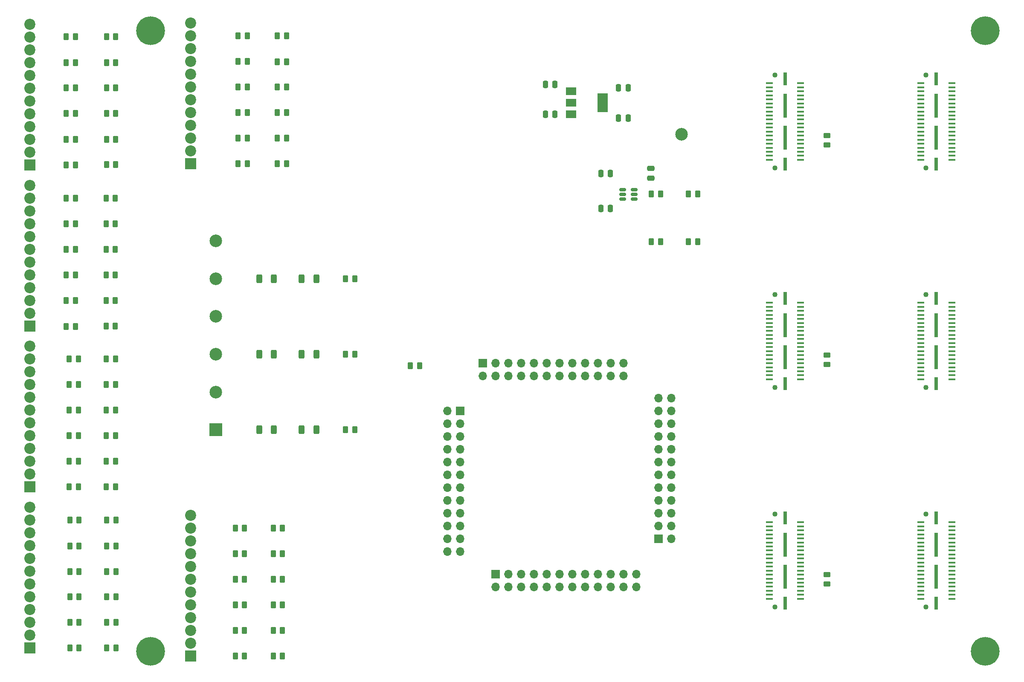
<source format=gbr>
%TF.GenerationSoftware,KiCad,Pcbnew,(6.0.11-0)*%
%TF.CreationDate,2023-06-16T12:41:29-04:00*%
%TF.ProjectId,Mux64,4d757836-342e-46b6-9963-61645f706362,rev?*%
%TF.SameCoordinates,Original*%
%TF.FileFunction,Soldermask,Top*%
%TF.FilePolarity,Negative*%
%FSLAX46Y46*%
G04 Gerber Fmt 4.6, Leading zero omitted, Abs format (unit mm)*
G04 Created by KiCad (PCBNEW (6.0.11-0)) date 2023-06-16 12:41:29*
%MOMM*%
%LPD*%
G01*
G04 APERTURE LIST*
G04 Aperture macros list*
%AMRoundRect*
0 Rectangle with rounded corners*
0 $1 Rounding radius*
0 $2 $3 $4 $5 $6 $7 $8 $9 X,Y pos of 4 corners*
0 Add a 4 corners polygon primitive as box body*
4,1,4,$2,$3,$4,$5,$6,$7,$8,$9,$2,$3,0*
0 Add four circle primitives for the rounded corners*
1,1,$1+$1,$2,$3*
1,1,$1+$1,$4,$5*
1,1,$1+$1,$6,$7*
1,1,$1+$1,$8,$9*
0 Add four rect primitives between the rounded corners*
20,1,$1+$1,$2,$3,$4,$5,0*
20,1,$1+$1,$4,$5,$6,$7,0*
20,1,$1+$1,$6,$7,$8,$9,0*
20,1,$1+$1,$8,$9,$2,$3,0*%
G04 Aperture macros list end*
%ADD10RoundRect,0.250000X0.262500X0.450000X-0.262500X0.450000X-0.262500X-0.450000X0.262500X-0.450000X0*%
%ADD11R,2.500000X2.500000*%
%ADD12C,2.500000*%
%ADD13R,1.700000X1.700000*%
%ADD14O,1.700000X1.700000*%
%ADD15RoundRect,0.250000X0.312500X0.625000X-0.312500X0.625000X-0.312500X-0.625000X0.312500X-0.625000X0*%
%ADD16RoundRect,0.250000X0.250000X0.475000X-0.250000X0.475000X-0.250000X-0.475000X0.250000X-0.475000X0*%
%ADD17RoundRect,0.150000X-0.512500X-0.150000X0.512500X-0.150000X0.512500X0.150000X-0.512500X0.150000X0*%
%ADD18RoundRect,0.250000X0.450000X-0.262500X0.450000X0.262500X-0.450000X0.262500X-0.450000X-0.262500X0*%
%ADD19RoundRect,0.250000X-0.250000X-0.475000X0.250000X-0.475000X0.250000X0.475000X-0.250000X0.475000X0*%
%ADD20RoundRect,0.250000X-0.262500X-0.450000X0.262500X-0.450000X0.262500X0.450000X-0.262500X0.450000X0*%
%ADD21RoundRect,0.250000X-0.475000X0.250000X-0.475000X-0.250000X0.475000X-0.250000X0.475000X0.250000X0*%
%ADD22R,2.200000X2.200000*%
%ADD23C,2.200000*%
%ADD24R,2.000000X1.500000*%
%ADD25R,2.000000X3.800000*%
%ADD26C,1.020000*%
%ADD27R,1.450000X0.460000*%
%ADD28R,0.640000X2.540000*%
%ADD29R,0.640000X4.700000*%
%ADD30C,5.700000*%
G04 APERTURE END LIST*
D10*
%TO.C,R19*%
X78112500Y-130724200D03*
X76287500Y-130724200D03*
%TD*%
%TO.C,R31*%
X70752500Y-130708200D03*
X68927500Y-130708200D03*
%TD*%
%TO.C,R20*%
X78112500Y-125618800D03*
X76287500Y-125618800D03*
%TD*%
%TO.C,R17*%
X78112500Y-140858800D03*
X76287500Y-140858800D03*
%TD*%
%TO.C,R32*%
X70752500Y-125602800D03*
X68927500Y-125602800D03*
%TD*%
%TO.C,R30*%
X70752500Y-135788200D03*
X68927500Y-135788200D03*
%TD*%
%TO.C,R18*%
X78112500Y-135804200D03*
X76287500Y-135804200D03*
%TD*%
%TO.C,R28*%
X70752500Y-145922800D03*
X68927500Y-145922800D03*
%TD*%
%TO.C,R16*%
X78112500Y-145938800D03*
X76287500Y-145938800D03*
%TD*%
%TO.C,R15*%
X78112500Y-151018800D03*
X76287500Y-151018800D03*
%TD*%
%TO.C,R27*%
X70752500Y-151002800D03*
X68927500Y-151002800D03*
%TD*%
%TO.C,R29*%
X70752500Y-140842800D03*
X68927500Y-140842800D03*
%TD*%
%TO.C,R46*%
X111152500Y-147490000D03*
X109327500Y-147490000D03*
%TD*%
%TO.C,R98*%
X78045000Y-29590000D03*
X76220000Y-29590000D03*
%TD*%
%TO.C,R39*%
X78002500Y-118943600D03*
X76177500Y-118943600D03*
%TD*%
D11*
%TO.C,J12*%
X97920000Y-107640000D03*
D12*
X97920000Y-100140000D03*
X97920000Y-92640000D03*
X97920000Y-85140000D03*
X97920000Y-77640000D03*
X97920000Y-70140000D03*
%TD*%
D13*
%TO.C,J7*%
X146470000Y-103910000D03*
D14*
X143930000Y-103910000D03*
X146470000Y-106450000D03*
X143930000Y-106450000D03*
X146470000Y-108990000D03*
X143930000Y-108990000D03*
X146470000Y-111530000D03*
X143930000Y-111530000D03*
X146470000Y-114070000D03*
X143930000Y-114070000D03*
X146470000Y-116610000D03*
X143930000Y-116610000D03*
X146470000Y-119150000D03*
X143930000Y-119150000D03*
X146470000Y-121690000D03*
X143930000Y-121690000D03*
X146470000Y-124230000D03*
X143930000Y-124230000D03*
X146470000Y-126770000D03*
X143930000Y-126770000D03*
X146470000Y-129310000D03*
X143930000Y-129310000D03*
X146470000Y-131850000D03*
X143930000Y-131850000D03*
%TD*%
D15*
%TO.C,R22*%
X109477500Y-77680000D03*
X106552500Y-77680000D03*
%TD*%
D16*
%TO.C,C1*%
X165270000Y-45020000D03*
X163370000Y-45020000D03*
%TD*%
D10*
%TO.C,R108*%
X70052500Y-39750000D03*
X68227500Y-39750000D03*
%TD*%
D17*
%TO.C,U2*%
X178672500Y-59970000D03*
X178672500Y-60920000D03*
X178672500Y-61870000D03*
X180947500Y-61870000D03*
X180947500Y-60920000D03*
X180947500Y-59970000D03*
%TD*%
D18*
%TO.C,R2*%
X219230000Y-51052500D03*
X219230000Y-49227500D03*
%TD*%
D10*
%TO.C,R97*%
X78045000Y-34710000D03*
X76220000Y-34710000D03*
%TD*%
%TO.C,R58*%
X103622500Y-147500000D03*
X101797500Y-147500000D03*
%TD*%
D19*
%TO.C,C3*%
X177870000Y-39720000D03*
X179770000Y-39720000D03*
%TD*%
D10*
%TO.C,R84*%
X70052500Y-71820000D03*
X68227500Y-71820000D03*
%TD*%
%TO.C,R109*%
X70052500Y-34720000D03*
X68227500Y-34720000D03*
%TD*%
%TO.C,R82*%
X70052500Y-81970000D03*
X68227500Y-81970000D03*
%TD*%
D15*
%TO.C,R14*%
X109477500Y-107660000D03*
X106552500Y-107660000D03*
%TD*%
%TO.C,R12*%
X117867500Y-92620000D03*
X114942500Y-92620000D03*
%TD*%
D10*
%TO.C,R70*%
X77970000Y-81940000D03*
X76145000Y-81940000D03*
%TD*%
D20*
%TO.C,R5*%
X191739500Y-70317000D03*
X193564500Y-70317000D03*
%TD*%
D10*
%TO.C,R92*%
X111952500Y-34550000D03*
X110127500Y-34550000D03*
%TD*%
D13*
%TO.C,J8*%
X153455000Y-136295000D03*
D14*
X153455000Y-138835000D03*
X155995000Y-136295000D03*
X155995000Y-138835000D03*
X158535000Y-136295000D03*
X158535000Y-138835000D03*
X161075000Y-136295000D03*
X161075000Y-138835000D03*
X163615000Y-136295000D03*
X163615000Y-138835000D03*
X166155000Y-136295000D03*
X166155000Y-138835000D03*
X168695000Y-136295000D03*
X168695000Y-138835000D03*
X171235000Y-136295000D03*
X171235000Y-138835000D03*
X173775000Y-136295000D03*
X173775000Y-138835000D03*
X176315000Y-136295000D03*
X176315000Y-138835000D03*
X178855000Y-136295000D03*
X178855000Y-138835000D03*
X181395000Y-136295000D03*
X181395000Y-138835000D03*
%TD*%
D15*
%TO.C,R11*%
X117867500Y-107660000D03*
X114942500Y-107660000D03*
%TD*%
D10*
%TO.C,R40*%
X111152500Y-152550000D03*
X109327500Y-152550000D03*
%TD*%
D21*
%TO.C,C8*%
X184320000Y-55770000D03*
X184320000Y-57670000D03*
%TD*%
D16*
%TO.C,C5*%
X176270000Y-56720000D03*
X174370000Y-56720000D03*
%TD*%
D10*
%TO.C,R64*%
X77970000Y-87080000D03*
X76145000Y-87080000D03*
%TD*%
%TO.C,R48*%
X111152500Y-137340000D03*
X109327500Y-137340000D03*
%TD*%
%TO.C,R55*%
X70662500Y-98651000D03*
X68837500Y-98651000D03*
%TD*%
%TO.C,R42*%
X78002500Y-108825800D03*
X76177500Y-108825800D03*
%TD*%
D22*
%TO.C,J16*%
X61040000Y-87030000D03*
D23*
X61040000Y-84490000D03*
X61040000Y-81950000D03*
X61040000Y-79410000D03*
X61040000Y-76870000D03*
X61040000Y-74330000D03*
X61040000Y-71790000D03*
X61040000Y-69250000D03*
X61040000Y-66710000D03*
X61040000Y-64170000D03*
X61040000Y-61630000D03*
X61040000Y-59090000D03*
%TD*%
D24*
%TO.C,U1*%
X168420000Y-40420000D03*
D25*
X174720000Y-42720000D03*
D24*
X168420000Y-42720000D03*
X168420000Y-45020000D03*
%TD*%
D10*
%TO.C,R87*%
X111952500Y-54830000D03*
X110127500Y-54830000D03*
%TD*%
D26*
%TO.C,J1*%
X208910000Y-124390000D03*
X208910000Y-142870000D03*
D27*
X207860000Y-141230000D03*
X214040000Y-141230000D03*
X207860000Y-140430000D03*
X214040000Y-140430000D03*
X207860000Y-139630000D03*
X214040000Y-139630000D03*
X207860000Y-138830000D03*
X214040000Y-138830000D03*
X207860000Y-138030000D03*
X214040000Y-138030000D03*
X207860000Y-137230000D03*
X214040000Y-137230000D03*
X207860000Y-136430000D03*
X214040000Y-136430000D03*
X207860000Y-135630000D03*
X214040000Y-135630000D03*
X207860000Y-134830000D03*
X214040000Y-134830000D03*
X207860000Y-134030000D03*
X214040000Y-134030000D03*
X207860000Y-133230000D03*
X214040000Y-133230000D03*
X207860000Y-132430000D03*
X214040000Y-132430000D03*
X207860000Y-131630000D03*
X214040000Y-131630000D03*
X207860000Y-130830000D03*
X214040000Y-130830000D03*
X207860000Y-130030000D03*
X214040000Y-130030000D03*
X207860000Y-129230000D03*
X214040000Y-129230000D03*
X207860000Y-128430000D03*
X214040000Y-128430000D03*
X207860000Y-127630000D03*
X214040000Y-127630000D03*
X207860000Y-126830000D03*
X214040000Y-126830000D03*
X207860000Y-126030000D03*
X214040000Y-126030000D03*
D28*
X210950000Y-142075000D03*
D29*
X210950000Y-136805000D03*
X210950000Y-130455000D03*
D28*
X210950000Y-125185000D03*
%TD*%
D10*
%TO.C,R90*%
X111952500Y-44670000D03*
X110127500Y-44670000D03*
%TD*%
%TO.C,R106*%
X70052500Y-49950000D03*
X68227500Y-49950000D03*
%TD*%
D15*
%TO.C,R21*%
X109477500Y-92620000D03*
X106552500Y-92620000D03*
%TD*%
D18*
%TO.C,R3*%
X219230000Y-94662500D03*
X219230000Y-92837500D03*
%TD*%
D10*
%TO.C,R94*%
X78045000Y-49940000D03*
X76220000Y-49940000D03*
%TD*%
D13*
%TO.C,J10*%
X150915000Y-94385000D03*
D14*
X150915000Y-96925000D03*
X153455000Y-94385000D03*
X153455000Y-96925000D03*
X155995000Y-94385000D03*
X155995000Y-96925000D03*
X158535000Y-94385000D03*
X158535000Y-96925000D03*
X161075000Y-94385000D03*
X161075000Y-96925000D03*
X163615000Y-94385000D03*
X163615000Y-96925000D03*
X166155000Y-94385000D03*
X166155000Y-96925000D03*
X168695000Y-94385000D03*
X168695000Y-96925000D03*
X171235000Y-94385000D03*
X171235000Y-96925000D03*
X173775000Y-94385000D03*
X173775000Y-96925000D03*
X176315000Y-94385000D03*
X176315000Y-96925000D03*
X178855000Y-94385000D03*
X178855000Y-96925000D03*
%TD*%
D22*
%TO.C,J13*%
X61030000Y-118970000D03*
D23*
X61030000Y-116430000D03*
X61030000Y-113890000D03*
X61030000Y-111350000D03*
X61030000Y-108810000D03*
X61030000Y-106270000D03*
X61030000Y-103730000D03*
X61030000Y-101190000D03*
X61030000Y-98650000D03*
X61030000Y-96110000D03*
X61030000Y-93570000D03*
X61030000Y-91030000D03*
%TD*%
D12*
%TO.C,TP1*%
X190350000Y-48930000D03*
%TD*%
D30*
%TO.C,H2*%
X85000000Y-151680000D03*
%TD*%
D10*
%TO.C,R59*%
X103622500Y-142400000D03*
X101797500Y-142400000D03*
%TD*%
%TO.C,R107*%
X70052500Y-44850000D03*
X68227500Y-44850000D03*
%TD*%
%TO.C,R23*%
X138380000Y-94920000D03*
X136555000Y-94920000D03*
%TD*%
%TO.C,R103*%
X104182500Y-34520000D03*
X102357500Y-34520000D03*
%TD*%
%TO.C,R54*%
X70662500Y-103733400D03*
X68837500Y-103733400D03*
%TD*%
D16*
%TO.C,C2*%
X165270000Y-39020000D03*
X163370000Y-39020000D03*
%TD*%
D10*
%TO.C,R57*%
X103622500Y-152560000D03*
X101797500Y-152560000D03*
%TD*%
%TO.C,R8*%
X125527500Y-107660000D03*
X123702500Y-107660000D03*
%TD*%
D22*
%TO.C,J11*%
X61022500Y-151001000D03*
D23*
X61022500Y-148461000D03*
X61022500Y-145921000D03*
X61022500Y-143381000D03*
X61022500Y-140841000D03*
X61022500Y-138301000D03*
X61022500Y-135761000D03*
X61022500Y-133221000D03*
X61022500Y-130681000D03*
X61022500Y-128141000D03*
X61022500Y-125601000D03*
X61022500Y-123061000D03*
%TD*%
D10*
%TO.C,R60*%
X103622500Y-137350000D03*
X101797500Y-137350000D03*
%TD*%
%TO.C,R85*%
X70052500Y-66740000D03*
X68227500Y-66740000D03*
%TD*%
%TO.C,R50*%
X111152500Y-127160000D03*
X109327500Y-127160000D03*
%TD*%
D30*
%TO.C,H1*%
X250700000Y-151680000D03*
%TD*%
D10*
%TO.C,R62*%
X103622500Y-127170000D03*
X101797500Y-127170000D03*
%TD*%
%TO.C,R6*%
X186223900Y-70317000D03*
X184398900Y-70317000D03*
%TD*%
%TO.C,R99*%
X104182500Y-54800000D03*
X102357500Y-54800000D03*
%TD*%
D15*
%TO.C,R13*%
X117867500Y-77680000D03*
X114942500Y-77680000D03*
%TD*%
D10*
%TO.C,R61*%
X103622500Y-132240000D03*
X101797500Y-132240000D03*
%TD*%
%TO.C,R95*%
X78045000Y-44840000D03*
X76220000Y-44840000D03*
%TD*%
%TO.C,R71*%
X77970000Y-76870000D03*
X76145000Y-76870000D03*
%TD*%
%TO.C,R53*%
X70662500Y-108825800D03*
X68837500Y-108825800D03*
%TD*%
D22*
%TO.C,J18*%
X61050000Y-55030000D03*
D23*
X61050000Y-52490000D03*
X61050000Y-49950000D03*
X61050000Y-47410000D03*
X61050000Y-44870000D03*
X61050000Y-42330000D03*
X61050000Y-39790000D03*
X61050000Y-37250000D03*
X61050000Y-34710000D03*
X61050000Y-32170000D03*
X61050000Y-29630000D03*
X61050000Y-27090000D03*
%TD*%
D26*
%TO.C,J4*%
X238910000Y-37190000D03*
X238910000Y-55670000D03*
D27*
X237860000Y-54030000D03*
X244040000Y-54030000D03*
X237860000Y-53230000D03*
X244040000Y-53230000D03*
X237860000Y-52430000D03*
X244040000Y-52430000D03*
X237860000Y-51630000D03*
X244040000Y-51630000D03*
X237860000Y-50830000D03*
X244040000Y-50830000D03*
X237860000Y-50030000D03*
X244040000Y-50030000D03*
X237860000Y-49230000D03*
X244040000Y-49230000D03*
X237860000Y-48430000D03*
X244040000Y-48430000D03*
X237860000Y-47630000D03*
X244040000Y-47630000D03*
X237860000Y-46830000D03*
X244040000Y-46830000D03*
X237860000Y-46030000D03*
X244040000Y-46030000D03*
X237860000Y-45230000D03*
X244040000Y-45230000D03*
X237860000Y-44430000D03*
X244040000Y-44430000D03*
X237860000Y-43630000D03*
X244040000Y-43630000D03*
X237860000Y-42830000D03*
X244040000Y-42830000D03*
X237860000Y-42030000D03*
X244040000Y-42030000D03*
X237860000Y-41230000D03*
X244040000Y-41230000D03*
X237860000Y-40430000D03*
X244040000Y-40430000D03*
X237860000Y-39630000D03*
X244040000Y-39630000D03*
X237860000Y-38830000D03*
X244040000Y-38830000D03*
D28*
X240950000Y-54875000D03*
D29*
X240950000Y-49605000D03*
X240950000Y-43255000D03*
D28*
X240950000Y-37985000D03*
%TD*%
D10*
%TO.C,R91*%
X111952500Y-39560000D03*
X110127500Y-39560000D03*
%TD*%
%TO.C,R73*%
X77970000Y-66710000D03*
X76145000Y-66710000D03*
%TD*%
%TO.C,R93*%
X111952500Y-29410000D03*
X110127500Y-29410000D03*
%TD*%
%TO.C,R43*%
X78002500Y-103733400D03*
X76177500Y-103733400D03*
%TD*%
%TO.C,R10*%
X125527500Y-77680000D03*
X123702500Y-77680000D03*
%TD*%
%TO.C,R45*%
X78002500Y-93554200D03*
X76177500Y-93554200D03*
%TD*%
%TO.C,R102*%
X104182500Y-39530000D03*
X102357500Y-39530000D03*
%TD*%
D22*
%TO.C,J14*%
X92920000Y-152570000D03*
D23*
X92920000Y-150030000D03*
X92920000Y-147490000D03*
X92920000Y-144950000D03*
X92920000Y-142410000D03*
X92920000Y-139870000D03*
X92920000Y-137330000D03*
X92920000Y-134790000D03*
X92920000Y-132250000D03*
X92920000Y-129710000D03*
X92920000Y-127170000D03*
X92920000Y-124630000D03*
%TD*%
D22*
%TO.C,J17*%
X92920000Y-54800000D03*
D23*
X92920000Y-52260000D03*
X92920000Y-49720000D03*
X92920000Y-47180000D03*
X92920000Y-44640000D03*
X92920000Y-42100000D03*
X92920000Y-39560000D03*
X92920000Y-37020000D03*
X92920000Y-34480000D03*
X92920000Y-31940000D03*
X92920000Y-29400000D03*
X92920000Y-26860000D03*
%TD*%
D10*
%TO.C,R110*%
X70052500Y-29600000D03*
X68227500Y-29600000D03*
%TD*%
%TO.C,R96*%
X78045000Y-39740000D03*
X76220000Y-39740000D03*
%TD*%
D26*
%TO.C,J5*%
X208910000Y-99270000D03*
X208910000Y-80790000D03*
D27*
X207860000Y-97630000D03*
X214040000Y-97630000D03*
X207860000Y-96830000D03*
X214040000Y-96830000D03*
X207860000Y-96030000D03*
X214040000Y-96030000D03*
X207860000Y-95230000D03*
X214040000Y-95230000D03*
X207860000Y-94430000D03*
X214040000Y-94430000D03*
X207860000Y-93630000D03*
X214040000Y-93630000D03*
X207860000Y-92830000D03*
X214040000Y-92830000D03*
X207860000Y-92030000D03*
X214040000Y-92030000D03*
X207860000Y-91230000D03*
X214040000Y-91230000D03*
X207860000Y-90430000D03*
X214040000Y-90430000D03*
X207860000Y-89630000D03*
X214040000Y-89630000D03*
X207860000Y-88830000D03*
X214040000Y-88830000D03*
X207860000Y-88030000D03*
X214040000Y-88030000D03*
X207860000Y-87230000D03*
X214040000Y-87230000D03*
X207860000Y-86430000D03*
X214040000Y-86430000D03*
X207860000Y-85630000D03*
X214040000Y-85630000D03*
X207860000Y-84830000D03*
X214040000Y-84830000D03*
X207860000Y-84030000D03*
X214040000Y-84030000D03*
X207860000Y-83230000D03*
X214040000Y-83230000D03*
X207860000Y-82430000D03*
X214040000Y-82430000D03*
D28*
X210950000Y-98475000D03*
D29*
X210950000Y-93205000D03*
X210950000Y-86855000D03*
D28*
X210950000Y-81585000D03*
%TD*%
D26*
%TO.C,J6*%
X238910000Y-80790000D03*
X238910000Y-99270000D03*
D27*
X237860000Y-97630000D03*
X244040000Y-97630000D03*
X237860000Y-96830000D03*
X244040000Y-96830000D03*
X237860000Y-96030000D03*
X244040000Y-96030000D03*
X237860000Y-95230000D03*
X244040000Y-95230000D03*
X237860000Y-94430000D03*
X244040000Y-94430000D03*
X237860000Y-93630000D03*
X244040000Y-93630000D03*
X237860000Y-92830000D03*
X244040000Y-92830000D03*
X237860000Y-92030000D03*
X244040000Y-92030000D03*
X237860000Y-91230000D03*
X244040000Y-91230000D03*
X237860000Y-90430000D03*
X244040000Y-90430000D03*
X237860000Y-89630000D03*
X244040000Y-89630000D03*
X237860000Y-88830000D03*
X244040000Y-88830000D03*
X237860000Y-88030000D03*
X244040000Y-88030000D03*
X237860000Y-87230000D03*
X244040000Y-87230000D03*
X237860000Y-86430000D03*
X244040000Y-86430000D03*
X237860000Y-85630000D03*
X244040000Y-85630000D03*
X237860000Y-84830000D03*
X244040000Y-84830000D03*
X237860000Y-84030000D03*
X244040000Y-84030000D03*
X237860000Y-83230000D03*
X244040000Y-83230000D03*
X237860000Y-82430000D03*
X244040000Y-82430000D03*
D28*
X240950000Y-98475000D03*
D29*
X240950000Y-93205000D03*
X240950000Y-86855000D03*
D28*
X240950000Y-81585000D03*
%TD*%
D10*
%TO.C,R9*%
X125527500Y-92620000D03*
X123702500Y-92620000D03*
%TD*%
%TO.C,R74*%
X77970000Y-61620000D03*
X76145000Y-61620000D03*
%TD*%
%TO.C,R41*%
X78002500Y-113889000D03*
X76177500Y-113889000D03*
%TD*%
%TO.C,R51*%
X70662500Y-118943600D03*
X68837500Y-118943600D03*
%TD*%
D26*
%TO.C,J2*%
X208910000Y-37190000D03*
X208910000Y-55670000D03*
D27*
X207860000Y-54030000D03*
X214040000Y-54030000D03*
X207860000Y-53230000D03*
X214040000Y-53230000D03*
X207860000Y-52430000D03*
X214040000Y-52430000D03*
X207860000Y-51630000D03*
X214040000Y-51630000D03*
X207860000Y-50830000D03*
X214040000Y-50830000D03*
X207860000Y-50030000D03*
X214040000Y-50030000D03*
X207860000Y-49230000D03*
X214040000Y-49230000D03*
X207860000Y-48430000D03*
X214040000Y-48430000D03*
X207860000Y-47630000D03*
X214040000Y-47630000D03*
X207860000Y-46830000D03*
X214040000Y-46830000D03*
X207860000Y-46030000D03*
X214040000Y-46030000D03*
X207860000Y-45230000D03*
X214040000Y-45230000D03*
X207860000Y-44430000D03*
X214040000Y-44430000D03*
X207860000Y-43630000D03*
X214040000Y-43630000D03*
X207860000Y-42830000D03*
X214040000Y-42830000D03*
X207860000Y-42030000D03*
X214040000Y-42030000D03*
X207860000Y-41230000D03*
X214040000Y-41230000D03*
X207860000Y-40430000D03*
X214040000Y-40430000D03*
X207860000Y-39630000D03*
X214040000Y-39630000D03*
X207860000Y-38830000D03*
X214040000Y-38830000D03*
D28*
X210950000Y-54875000D03*
D29*
X210950000Y-49605000D03*
X210950000Y-43255000D03*
D28*
X210950000Y-37985000D03*
%TD*%
D10*
%TO.C,R52*%
X70662500Y-113889000D03*
X68837500Y-113889000D03*
%TD*%
D26*
%TO.C,J3*%
X238910000Y-142870000D03*
X238910000Y-124390000D03*
D27*
X237860000Y-141230000D03*
X244040000Y-141230000D03*
X237860000Y-140430000D03*
X244040000Y-140430000D03*
X237860000Y-139630000D03*
X244040000Y-139630000D03*
X237860000Y-138830000D03*
X244040000Y-138830000D03*
X237860000Y-138030000D03*
X244040000Y-138030000D03*
X237860000Y-137230000D03*
X244040000Y-137230000D03*
X237860000Y-136430000D03*
X244040000Y-136430000D03*
X237860000Y-135630000D03*
X244040000Y-135630000D03*
X237860000Y-134830000D03*
X244040000Y-134830000D03*
X237860000Y-134030000D03*
X244040000Y-134030000D03*
X237860000Y-133230000D03*
X244040000Y-133230000D03*
X237860000Y-132430000D03*
X244040000Y-132430000D03*
X237860000Y-131630000D03*
X244040000Y-131630000D03*
X237860000Y-130830000D03*
X244040000Y-130830000D03*
X237860000Y-130030000D03*
X244040000Y-130030000D03*
X237860000Y-129230000D03*
X244040000Y-129230000D03*
X237860000Y-128430000D03*
X244040000Y-128430000D03*
X237860000Y-127630000D03*
X244040000Y-127630000D03*
X237860000Y-126830000D03*
X244040000Y-126830000D03*
X237860000Y-126030000D03*
X244040000Y-126030000D03*
D28*
X240950000Y-142075000D03*
D29*
X240950000Y-136805000D03*
X240950000Y-130455000D03*
D28*
X240950000Y-125185000D03*
%TD*%
D20*
%TO.C,R7*%
X191739500Y-60817400D03*
X193564500Y-60817400D03*
%TD*%
D10*
%TO.C,R83*%
X70052500Y-76900000D03*
X68227500Y-76900000D03*
%TD*%
%TO.C,R88*%
X78045000Y-55010000D03*
X76220000Y-55010000D03*
%TD*%
%TO.C,R72*%
X77970000Y-71790000D03*
X76145000Y-71790000D03*
%TD*%
D20*
%TO.C,R4*%
X184398900Y-60817400D03*
X186223900Y-60817400D03*
%TD*%
D30*
%TO.C,H4*%
X250700000Y-28380000D03*
%TD*%
D13*
%TO.C,J9*%
X185840000Y-129310000D03*
D14*
X188380000Y-129310000D03*
X185840000Y-126770000D03*
X188380000Y-126770000D03*
X185840000Y-124230000D03*
X188380000Y-124230000D03*
X185840000Y-121690000D03*
X188380000Y-121690000D03*
X185840000Y-119150000D03*
X188380000Y-119150000D03*
X185840000Y-116610000D03*
X188380000Y-116610000D03*
X185840000Y-114070000D03*
X188380000Y-114070000D03*
X185840000Y-111530000D03*
X188380000Y-111530000D03*
X185840000Y-108990000D03*
X188380000Y-108990000D03*
X185840000Y-106450000D03*
X188380000Y-106450000D03*
X185840000Y-103910000D03*
X188380000Y-103910000D03*
X185840000Y-101370000D03*
X188380000Y-101370000D03*
%TD*%
D19*
%TO.C,C4*%
X177870000Y-45720000D03*
X179770000Y-45720000D03*
%TD*%
D10*
%TO.C,R100*%
X104182500Y-49710000D03*
X102357500Y-49710000D03*
%TD*%
%TO.C,R47*%
X111152500Y-142390000D03*
X109327500Y-142390000D03*
%TD*%
%TO.C,R49*%
X111152500Y-132230000D03*
X109327500Y-132230000D03*
%TD*%
%TO.C,R86*%
X70052500Y-61650000D03*
X68227500Y-61650000D03*
%TD*%
D18*
%TO.C,R1*%
X219230000Y-138272500D03*
X219230000Y-136447500D03*
%TD*%
D10*
%TO.C,R104*%
X104182500Y-29380000D03*
X102357500Y-29380000D03*
%TD*%
D30*
%TO.C,H3*%
X85000000Y-28380000D03*
%TD*%
D10*
%TO.C,R44*%
X78002500Y-98651000D03*
X76177500Y-98651000D03*
%TD*%
%TO.C,R101*%
X104182500Y-44640000D03*
X102357500Y-44640000D03*
%TD*%
%TO.C,R89*%
X111952500Y-49740000D03*
X110127500Y-49740000D03*
%TD*%
%TO.C,R56*%
X70662500Y-93554200D03*
X68837500Y-93554200D03*
%TD*%
D16*
%TO.C,C6*%
X176270000Y-63720000D03*
X174370000Y-63720000D03*
%TD*%
D10*
%TO.C,R105*%
X70052500Y-55020000D03*
X68227500Y-55020000D03*
%TD*%
%TO.C,R81*%
X70052500Y-87110000D03*
X68227500Y-87110000D03*
%TD*%
M02*

</source>
